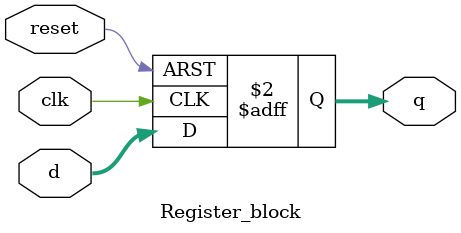
<source format=sv>
module Register_block  #(parameter WIDTH = 8) 
	       (input logic clk, reset, input logic [WIDTH-1:0] d, output logic [WIDTH-1:0] q);


	always_ff @(posedge clk, posedge reset)
		if (reset) q <= 0;
		else q <= d;
endmodule

</source>
